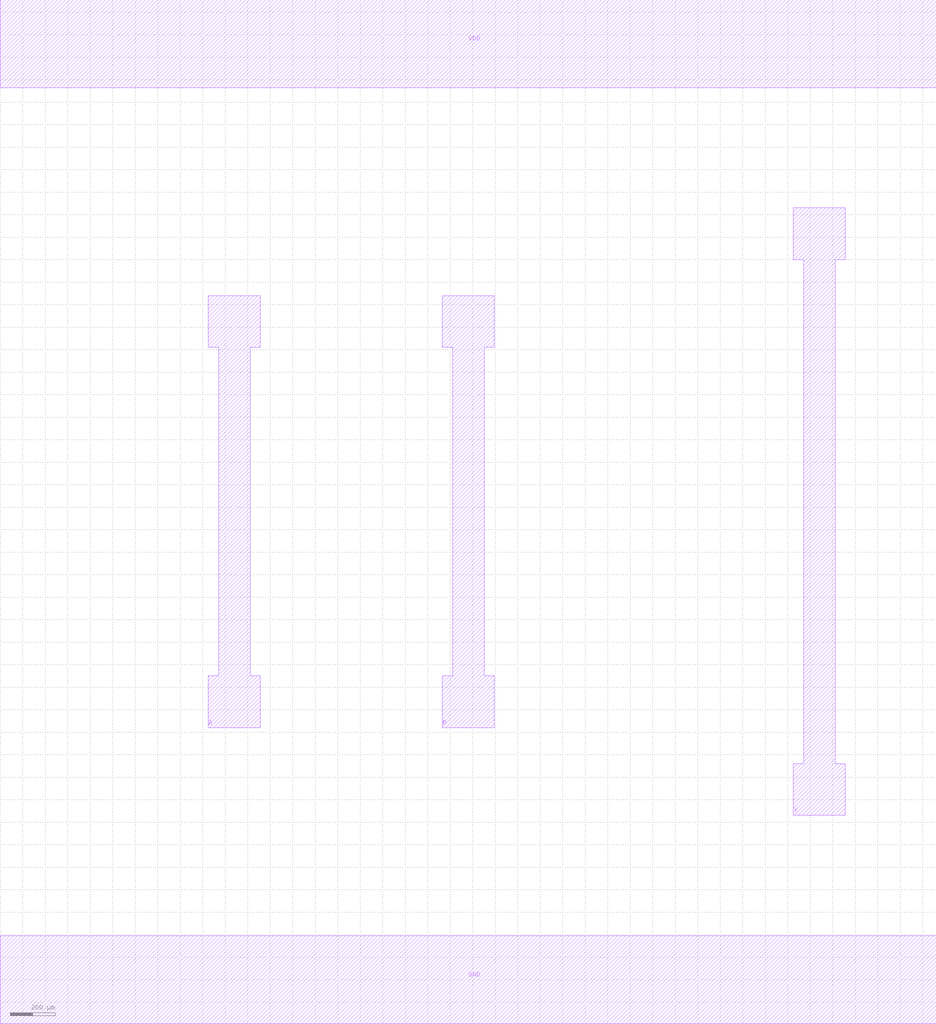
<source format=lef>
MACRO OR2X1
 CLASS CORE ;
 ORIGIN 0 0 ;
 FOREIGN OR2X1 0 0 ;
 SITE CORE ;
 SYMMETRY X Y R90 ;
  PIN VDD
   DIRECTION INOUT ;
   USE SIGNAL ;
   SHAPE ABUTMENT ;
    PORT
     CLASS CORE ;
       LAYER metal2 ;
        RECT 0.00000000 3965.00000000 4160.00000000 4355.00000000 ;
    END
  END VDD

  PIN GND
   DIRECTION INOUT ;
   USE SIGNAL ;
   SHAPE ABUTMENT ;
    PORT
     CLASS CORE ;
       LAYER metal2 ;
        RECT 0.00000000 -195.00000000 4160.00000000 195.00000000 ;
    END
  END GND

  PIN Y
   DIRECTION INOUT ;
   USE SIGNAL ;
   SHAPE ABUTMENT ;
    PORT
     CLASS CORE ;
       LAYER metal2 ;
        POLYGON 3525.00000000 730.00000000 3525.00000000 960.00000000 3570.00000000 960.00000000 3570.00000000 3200.00000000 3525.00000000 3200.00000000 3525.00000000 3430.00000000 3755.00000000 3430.00000000 3755.00000000 3200.00000000 3710.00000000 3200.00000000 3710.00000000 960.00000000 3755.00000000 960.00000000 3755.00000000 730.00000000 ;
    END
  END Y

  PIN A
   DIRECTION INOUT ;
   USE SIGNAL ;
   SHAPE ABUTMENT ;
    PORT
     CLASS CORE ;
       LAYER metal2 ;
        POLYGON 925.00000000 1120.00000000 925.00000000 1350.00000000 970.00000000 1350.00000000 970.00000000 2810.00000000 925.00000000 2810.00000000 925.00000000 3040.00000000 1155.00000000 3040.00000000 1155.00000000 2810.00000000 1110.00000000 2810.00000000 1110.00000000 1350.00000000 1155.00000000 1350.00000000 1155.00000000 1120.00000000 ;
    END
  END A

  PIN B
   DIRECTION INOUT ;
   USE SIGNAL ;
   SHAPE ABUTMENT ;
    PORT
     CLASS CORE ;
       LAYER metal2 ;
        POLYGON 1965.00000000 1120.00000000 1965.00000000 1350.00000000 2010.00000000 1350.00000000 2010.00000000 2810.00000000 1965.00000000 2810.00000000 1965.00000000 3040.00000000 2195.00000000 3040.00000000 2195.00000000 2810.00000000 2150.00000000 2810.00000000 2150.00000000 1350.00000000 2195.00000000 1350.00000000 2195.00000000 1120.00000000 ;
    END
  END B


END OR2X1

</source>
